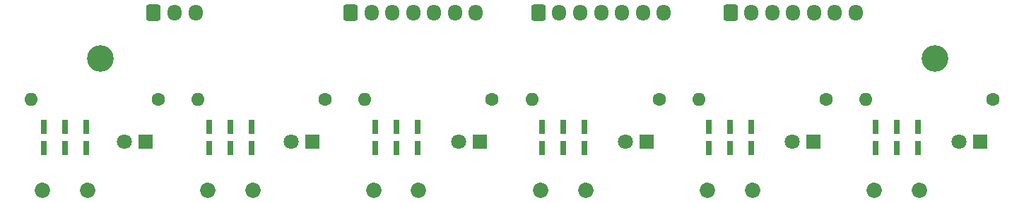
<source format=gbr>
%TF.GenerationSoftware,KiCad,Pcbnew,7.0.8*%
%TF.CreationDate,2024-02-11T23:31:07+01:00*%
%TF.ProjectId,BlankingRelay_Top2,426c616e-6b69-46e6-9752-656c61795f54,rev?*%
%TF.SameCoordinates,Original*%
%TF.FileFunction,Soldermask,Bot*%
%TF.FilePolarity,Negative*%
%FSLAX46Y46*%
G04 Gerber Fmt 4.6, Leading zero omitted, Abs format (unit mm)*
G04 Created by KiCad (PCBNEW 7.0.8) date 2024-02-11 23:31:07*
%MOMM*%
%LPD*%
G01*
G04 APERTURE LIST*
G04 Aperture macros list*
%AMRoundRect*
0 Rectangle with rounded corners*
0 $1 Rounding radius*
0 $2 $3 $4 $5 $6 $7 $8 $9 X,Y pos of 4 corners*
0 Add a 4 corners polygon primitive as box body*
4,1,4,$2,$3,$4,$5,$6,$7,$8,$9,$2,$3,0*
0 Add four circle primitives for the rounded corners*
1,1,$1+$1,$2,$3*
1,1,$1+$1,$4,$5*
1,1,$1+$1,$6,$7*
1,1,$1+$1,$8,$9*
0 Add four rect primitives between the rounded corners*
20,1,$1+$1,$2,$3,$4,$5,0*
20,1,$1+$1,$4,$5,$6,$7,0*
20,1,$1+$1,$6,$7,$8,$9,0*
20,1,$1+$1,$8,$9,$2,$3,0*%
G04 Aperture macros list end*
%ADD10RoundRect,0.250000X-0.600000X-0.725000X0.600000X-0.725000X0.600000X0.725000X-0.600000X0.725000X0*%
%ADD11O,1.700000X1.950000*%
%ADD12C,1.850000*%
%ADD13R,0.750000X1.750000*%
%ADD14O,1.600000X1.600000*%
%ADD15C,1.600000*%
%ADD16R,1.800000X1.800000*%
%ADD17C,1.800000*%
%ADD18C,3.200000*%
G04 APERTURE END LIST*
D10*
%TO.C,J2*%
X66400000Y-54500000D03*
D11*
X68900000Y-54500000D03*
X71400000Y-54500000D03*
%TD*%
D12*
%TO.C,Switch6*%
X158150000Y-75850000D03*
X152750000Y-75850000D03*
D13*
X157990000Y-70770000D03*
X155450000Y-70770000D03*
X152910000Y-70770000D03*
X157990000Y-68230000D03*
X155450000Y-68230000D03*
X152910000Y-68230000D03*
%TD*%
D12*
%TO.C,Switch5*%
X138150000Y-75850000D03*
X132750000Y-75850000D03*
D13*
X137990000Y-70770000D03*
X135450000Y-70770000D03*
X132910000Y-70770000D03*
X137990000Y-68230000D03*
X135450000Y-68230000D03*
X132910000Y-68230000D03*
%TD*%
D12*
%TO.C,Switch4*%
X118150000Y-75850000D03*
X112750000Y-75850000D03*
D13*
X117990000Y-70770000D03*
X115450000Y-70770000D03*
X112910000Y-70770000D03*
X117990000Y-68230000D03*
X115450000Y-68230000D03*
X112910000Y-68230000D03*
%TD*%
%TO.C,Switch3*%
X92910000Y-68230000D03*
X95450000Y-68230000D03*
X97990000Y-68230000D03*
X92910000Y-70770000D03*
X95450000Y-70770000D03*
X97990000Y-70770000D03*
D12*
X92750000Y-75850000D03*
X98150000Y-75850000D03*
%TD*%
%TO.C,Switch2*%
X78300000Y-75850000D03*
X72900000Y-75850000D03*
D13*
X78140000Y-70770000D03*
X75600000Y-70770000D03*
X73060000Y-70770000D03*
X78140000Y-68230000D03*
X75600000Y-68230000D03*
X73060000Y-68230000D03*
%TD*%
%TO.C,Switch1*%
X53260000Y-68230000D03*
X55800000Y-68230000D03*
X58340000Y-68230000D03*
X53260000Y-70770000D03*
X55800000Y-70770000D03*
X58340000Y-70770000D03*
D12*
X53100000Y-75850000D03*
X58500000Y-75850000D03*
%TD*%
D14*
%TO.C,R6*%
X151710000Y-64950000D03*
D15*
X166950000Y-64950000D03*
%TD*%
%TO.C,R5*%
X146950000Y-64950000D03*
D14*
X131710000Y-64950000D03*
%TD*%
D15*
%TO.C,R4*%
X126950000Y-64950000D03*
D14*
X111710000Y-64950000D03*
%TD*%
D15*
%TO.C,R3*%
X106950000Y-64950000D03*
D14*
X91710000Y-64950000D03*
%TD*%
D15*
%TO.C,R2*%
X86950000Y-64950000D03*
D14*
X71710000Y-64950000D03*
%TD*%
D15*
%TO.C,R1*%
X66950000Y-64950000D03*
D14*
X51710000Y-64950000D03*
%TD*%
D16*
%TO.C,D5*%
X145450000Y-69950000D03*
D17*
X142910000Y-69950000D03*
%TD*%
D16*
%TO.C,D3*%
X105450000Y-69950000D03*
D17*
X102910000Y-69950000D03*
%TD*%
%TO.C,D2*%
X82910000Y-69950000D03*
D16*
X85450000Y-69950000D03*
%TD*%
%TO.C,D6*%
X165450000Y-69950000D03*
D17*
X162910000Y-69950000D03*
%TD*%
%TO.C,D4*%
X122960000Y-69950000D03*
D16*
X125500000Y-69950000D03*
%TD*%
%TO.C,D1*%
X65450000Y-69950000D03*
D17*
X62910000Y-69950000D03*
%TD*%
D18*
%TO.C,REF\u002A\u002A*%
X60000000Y-60000000D03*
%TD*%
%TO.C,REF\u002A\u002A*%
X160000000Y-60000000D03*
%TD*%
D10*
%TO.C,J10*%
X135500000Y-54500000D03*
D11*
X138000000Y-54500000D03*
X140500000Y-54500000D03*
X143000000Y-54500000D03*
X145500000Y-54500000D03*
X148000000Y-54500000D03*
X150500000Y-54500000D03*
%TD*%
D10*
%TO.C,J9*%
X112500000Y-54500000D03*
D11*
X115000000Y-54500000D03*
X117500000Y-54500000D03*
X120000000Y-54500000D03*
X122500000Y-54500000D03*
X125000000Y-54500000D03*
X127500000Y-54500000D03*
%TD*%
D10*
%TO.C,J8*%
X90000000Y-54500000D03*
D11*
X92500000Y-54500000D03*
X95000000Y-54500000D03*
X97500000Y-54500000D03*
X100000000Y-54500000D03*
X102500000Y-54500000D03*
X105000000Y-54500000D03*
%TD*%
M02*

</source>
